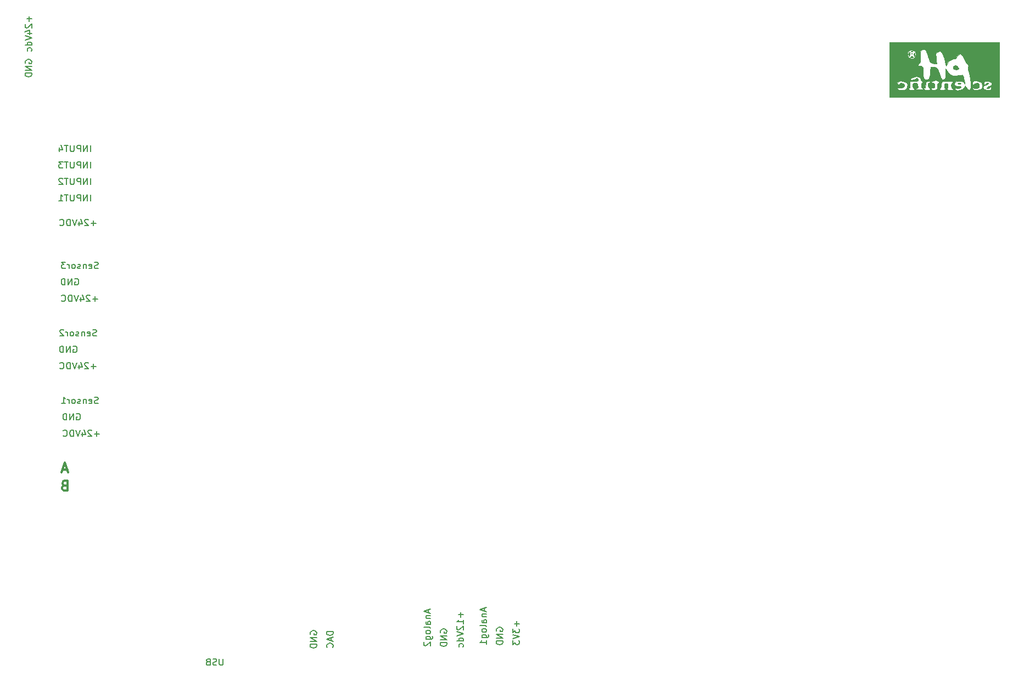
<source format=gbo>
G04 #@! TF.GenerationSoftware,KiCad,Pcbnew,(5.1.2)-2*
G04 #@! TF.CreationDate,2019-11-06T08:34:27+07:00*
G04 #@! TF.ProjectId,ph_door_fume_hood_controller_hw,70685f64-6f6f-4725-9f66-756d655f686f,VinhTho*
G04 #@! TF.SameCoordinates,Original*
G04 #@! TF.FileFunction,Legend,Bot*
G04 #@! TF.FilePolarity,Positive*
%FSLAX46Y46*%
G04 Gerber Fmt 4.6, Leading zero omitted, Abs format (unit mm)*
G04 Created by KiCad (PCBNEW (5.1.2)-2) date 2019-11-06 08:34:27*
%MOMM*%
%LPD*%
G04 APERTURE LIST*
%ADD10C,0.150000*%
%ADD11C,0.300000*%
%ADD12C,0.010000*%
G04 APERTURE END LIST*
D10*
X139866666Y-130056285D02*
X139866666Y-130532476D01*
X140152380Y-129961047D02*
X139152380Y-130294380D01*
X140152380Y-130627714D01*
X139485714Y-130961047D02*
X140152380Y-130961047D01*
X139580952Y-130961047D02*
X139533333Y-131008666D01*
X139485714Y-131103904D01*
X139485714Y-131246761D01*
X139533333Y-131342000D01*
X139628571Y-131389619D01*
X140152380Y-131389619D01*
X140152380Y-132294380D02*
X139628571Y-132294380D01*
X139533333Y-132246761D01*
X139485714Y-132151523D01*
X139485714Y-131961047D01*
X139533333Y-131865809D01*
X140104761Y-132294380D02*
X140152380Y-132199142D01*
X140152380Y-131961047D01*
X140104761Y-131865809D01*
X140009523Y-131818190D01*
X139914285Y-131818190D01*
X139819047Y-131865809D01*
X139771428Y-131961047D01*
X139771428Y-132199142D01*
X139723809Y-132294380D01*
X140152380Y-132913428D02*
X140104761Y-132818190D01*
X140009523Y-132770571D01*
X139152380Y-132770571D01*
X140152380Y-133437238D02*
X140104761Y-133342000D01*
X140057142Y-133294380D01*
X139961904Y-133246761D01*
X139676190Y-133246761D01*
X139580952Y-133294380D01*
X139533333Y-133342000D01*
X139485714Y-133437238D01*
X139485714Y-133580095D01*
X139533333Y-133675333D01*
X139580952Y-133722952D01*
X139676190Y-133770571D01*
X139961904Y-133770571D01*
X140057142Y-133722952D01*
X140104761Y-133675333D01*
X140152380Y-133580095D01*
X140152380Y-133437238D01*
X139485714Y-134627714D02*
X140295238Y-134627714D01*
X140390476Y-134580095D01*
X140438095Y-134532476D01*
X140485714Y-134437238D01*
X140485714Y-134294380D01*
X140438095Y-134199142D01*
X140104761Y-134627714D02*
X140152380Y-134532476D01*
X140152380Y-134342000D01*
X140104761Y-134246761D01*
X140057142Y-134199142D01*
X139961904Y-134151523D01*
X139676190Y-134151523D01*
X139580952Y-134199142D01*
X139533333Y-134246761D01*
X139485714Y-134342000D01*
X139485714Y-134532476D01*
X139533333Y-134627714D01*
X140152380Y-135627714D02*
X140152380Y-135056285D01*
X140152380Y-135342000D02*
X139152380Y-135342000D01*
X139295238Y-135246761D01*
X139390476Y-135151523D01*
X139438095Y-135056285D01*
X141740000Y-133604095D02*
X141692380Y-133508857D01*
X141692380Y-133366000D01*
X141740000Y-133223142D01*
X141835238Y-133127904D01*
X141930476Y-133080285D01*
X142120952Y-133032666D01*
X142263809Y-133032666D01*
X142454285Y-133080285D01*
X142549523Y-133127904D01*
X142644761Y-133223142D01*
X142692380Y-133366000D01*
X142692380Y-133461238D01*
X142644761Y-133604095D01*
X142597142Y-133651714D01*
X142263809Y-133651714D01*
X142263809Y-133461238D01*
X142692380Y-134080285D02*
X141692380Y-134080285D01*
X142692380Y-134651714D01*
X141692380Y-134651714D01*
X142692380Y-135127904D02*
X141692380Y-135127904D01*
X141692380Y-135366000D01*
X141740000Y-135508857D01*
X141835238Y-135604095D01*
X141930476Y-135651714D01*
X142120952Y-135699333D01*
X142263809Y-135699333D01*
X142454285Y-135651714D01*
X142549523Y-135604095D01*
X142644761Y-135508857D01*
X142692380Y-135366000D01*
X142692380Y-135127904D01*
X144851428Y-132096095D02*
X144851428Y-132858000D01*
X145232380Y-132477047D02*
X144470476Y-132477047D01*
X144232380Y-133238952D02*
X144232380Y-133858000D01*
X144613333Y-133524666D01*
X144613333Y-133667523D01*
X144660952Y-133762761D01*
X144708571Y-133810380D01*
X144803809Y-133858000D01*
X145041904Y-133858000D01*
X145137142Y-133810380D01*
X145184761Y-133762761D01*
X145232380Y-133667523D01*
X145232380Y-133381809D01*
X145184761Y-133286571D01*
X145137142Y-133238952D01*
X144232380Y-134143714D02*
X145232380Y-134477047D01*
X144232380Y-134810380D01*
X144232380Y-135048476D02*
X144232380Y-135667523D01*
X144613333Y-135334190D01*
X144613333Y-135477047D01*
X144660952Y-135572285D01*
X144708571Y-135619904D01*
X144803809Y-135667523D01*
X145041904Y-135667523D01*
X145137142Y-135619904D01*
X145184761Y-135572285D01*
X145232380Y-135477047D01*
X145232380Y-135191333D01*
X145184761Y-135096095D01*
X145137142Y-135048476D01*
X136215428Y-130707142D02*
X136215428Y-131469047D01*
X136596380Y-131088095D02*
X135834476Y-131088095D01*
X136596380Y-132469047D02*
X136596380Y-131897619D01*
X136596380Y-132183333D02*
X135596380Y-132183333D01*
X135739238Y-132088095D01*
X135834476Y-131992857D01*
X135882095Y-131897619D01*
X135691619Y-132850000D02*
X135644000Y-132897619D01*
X135596380Y-132992857D01*
X135596380Y-133230952D01*
X135644000Y-133326190D01*
X135691619Y-133373809D01*
X135786857Y-133421428D01*
X135882095Y-133421428D01*
X136024952Y-133373809D01*
X136596380Y-132802380D01*
X136596380Y-133421428D01*
X135596380Y-133707142D02*
X136596380Y-134040476D01*
X135596380Y-134373809D01*
X136596380Y-135135714D02*
X135596380Y-135135714D01*
X136548761Y-135135714D02*
X136596380Y-135040476D01*
X136596380Y-134850000D01*
X136548761Y-134754761D01*
X136501142Y-134707142D01*
X136405904Y-134659523D01*
X136120190Y-134659523D01*
X136024952Y-134707142D01*
X135977333Y-134754761D01*
X135929714Y-134850000D01*
X135929714Y-135040476D01*
X135977333Y-135135714D01*
X136548761Y-136040476D02*
X136596380Y-135945238D01*
X136596380Y-135754761D01*
X136548761Y-135659523D01*
X136501142Y-135611904D01*
X136405904Y-135564285D01*
X136120190Y-135564285D01*
X136024952Y-135611904D01*
X135977333Y-135659523D01*
X135929714Y-135754761D01*
X135929714Y-135945238D01*
X135977333Y-136040476D01*
X133104000Y-133858095D02*
X133056380Y-133762857D01*
X133056380Y-133620000D01*
X133104000Y-133477142D01*
X133199238Y-133381904D01*
X133294476Y-133334285D01*
X133484952Y-133286666D01*
X133627809Y-133286666D01*
X133818285Y-133334285D01*
X133913523Y-133381904D01*
X134008761Y-133477142D01*
X134056380Y-133620000D01*
X134056380Y-133715238D01*
X134008761Y-133858095D01*
X133961142Y-133905714D01*
X133627809Y-133905714D01*
X133627809Y-133715238D01*
X134056380Y-134334285D02*
X133056380Y-134334285D01*
X134056380Y-134905714D01*
X133056380Y-134905714D01*
X134056380Y-135381904D02*
X133056380Y-135381904D01*
X133056380Y-135620000D01*
X133104000Y-135762857D01*
X133199238Y-135858095D01*
X133294476Y-135905714D01*
X133484952Y-135953333D01*
X133627809Y-135953333D01*
X133818285Y-135905714D01*
X133913523Y-135858095D01*
X134008761Y-135762857D01*
X134056380Y-135620000D01*
X134056380Y-135381904D01*
X131230666Y-130310285D02*
X131230666Y-130786476D01*
X131516380Y-130215047D02*
X130516380Y-130548380D01*
X131516380Y-130881714D01*
X130849714Y-131215047D02*
X131516380Y-131215047D01*
X130944952Y-131215047D02*
X130897333Y-131262666D01*
X130849714Y-131357904D01*
X130849714Y-131500761D01*
X130897333Y-131596000D01*
X130992571Y-131643619D01*
X131516380Y-131643619D01*
X131516380Y-132548380D02*
X130992571Y-132548380D01*
X130897333Y-132500761D01*
X130849714Y-132405523D01*
X130849714Y-132215047D01*
X130897333Y-132119809D01*
X131468761Y-132548380D02*
X131516380Y-132453142D01*
X131516380Y-132215047D01*
X131468761Y-132119809D01*
X131373523Y-132072190D01*
X131278285Y-132072190D01*
X131183047Y-132119809D01*
X131135428Y-132215047D01*
X131135428Y-132453142D01*
X131087809Y-132548380D01*
X131516380Y-133167428D02*
X131468761Y-133072190D01*
X131373523Y-133024571D01*
X130516380Y-133024571D01*
X131516380Y-133691238D02*
X131468761Y-133596000D01*
X131421142Y-133548380D01*
X131325904Y-133500761D01*
X131040190Y-133500761D01*
X130944952Y-133548380D01*
X130897333Y-133596000D01*
X130849714Y-133691238D01*
X130849714Y-133834095D01*
X130897333Y-133929333D01*
X130944952Y-133976952D01*
X131040190Y-134024571D01*
X131325904Y-134024571D01*
X131421142Y-133976952D01*
X131468761Y-133929333D01*
X131516380Y-133834095D01*
X131516380Y-133691238D01*
X130849714Y-134881714D02*
X131659238Y-134881714D01*
X131754476Y-134834095D01*
X131802095Y-134786476D01*
X131849714Y-134691238D01*
X131849714Y-134548380D01*
X131802095Y-134453142D01*
X131468761Y-134881714D02*
X131516380Y-134786476D01*
X131516380Y-134596000D01*
X131468761Y-134500761D01*
X131421142Y-134453142D01*
X131325904Y-134405523D01*
X131040190Y-134405523D01*
X130944952Y-134453142D01*
X130897333Y-134500761D01*
X130849714Y-134596000D01*
X130849714Y-134786476D01*
X130897333Y-134881714D01*
X130611619Y-135310285D02*
X130564000Y-135357904D01*
X130516380Y-135453142D01*
X130516380Y-135691238D01*
X130564000Y-135786476D01*
X130611619Y-135834095D01*
X130706857Y-135881714D01*
X130802095Y-135881714D01*
X130944952Y-135834095D01*
X131516380Y-135262666D01*
X131516380Y-135881714D01*
X113038000Y-134112095D02*
X112990380Y-134016857D01*
X112990380Y-133874000D01*
X113038000Y-133731142D01*
X113133238Y-133635904D01*
X113228476Y-133588285D01*
X113418952Y-133540666D01*
X113561809Y-133540666D01*
X113752285Y-133588285D01*
X113847523Y-133635904D01*
X113942761Y-133731142D01*
X113990380Y-133874000D01*
X113990380Y-133969238D01*
X113942761Y-134112095D01*
X113895142Y-134159714D01*
X113561809Y-134159714D01*
X113561809Y-133969238D01*
X113990380Y-134588285D02*
X112990380Y-134588285D01*
X113990380Y-135159714D01*
X112990380Y-135159714D01*
X113990380Y-135635904D02*
X112990380Y-135635904D01*
X112990380Y-135874000D01*
X113038000Y-136016857D01*
X113133238Y-136112095D01*
X113228476Y-136159714D01*
X113418952Y-136207333D01*
X113561809Y-136207333D01*
X113752285Y-136159714D01*
X113847523Y-136112095D01*
X113942761Y-136016857D01*
X113990380Y-135874000D01*
X113990380Y-135635904D01*
X116530380Y-133683523D02*
X115530380Y-133683523D01*
X115530380Y-133921619D01*
X115578000Y-134064476D01*
X115673238Y-134159714D01*
X115768476Y-134207333D01*
X115958952Y-134254952D01*
X116101809Y-134254952D01*
X116292285Y-134207333D01*
X116387523Y-134159714D01*
X116482761Y-134064476D01*
X116530380Y-133921619D01*
X116530380Y-133683523D01*
X116244666Y-134635904D02*
X116244666Y-135112095D01*
X116530380Y-134540666D02*
X115530380Y-134874000D01*
X116530380Y-135207333D01*
X116435142Y-136112095D02*
X116482761Y-136064476D01*
X116530380Y-135921619D01*
X116530380Y-135826380D01*
X116482761Y-135683523D01*
X116387523Y-135588285D01*
X116292285Y-135540666D01*
X116101809Y-135493047D01*
X115958952Y-135493047D01*
X115768476Y-135540666D01*
X115673238Y-135588285D01*
X115578000Y-135683523D01*
X115530380Y-135826380D01*
X115530380Y-135921619D01*
X115578000Y-136064476D01*
X115625619Y-136112095D01*
X99559904Y-137882380D02*
X99559904Y-138691904D01*
X99512285Y-138787142D01*
X99464666Y-138834761D01*
X99369428Y-138882380D01*
X99178952Y-138882380D01*
X99083714Y-138834761D01*
X99036095Y-138787142D01*
X98988476Y-138691904D01*
X98988476Y-137882380D01*
X98559904Y-138834761D02*
X98417047Y-138882380D01*
X98178952Y-138882380D01*
X98083714Y-138834761D01*
X98036095Y-138787142D01*
X97988476Y-138691904D01*
X97988476Y-138596666D01*
X98036095Y-138501428D01*
X98083714Y-138453809D01*
X98178952Y-138406190D01*
X98369428Y-138358571D01*
X98464666Y-138310952D01*
X98512285Y-138263333D01*
X98559904Y-138168095D01*
X98559904Y-138072857D01*
X98512285Y-137977619D01*
X98464666Y-137930000D01*
X98369428Y-137882380D01*
X98131333Y-137882380D01*
X97988476Y-137930000D01*
X97226571Y-138358571D02*
X97083714Y-138406190D01*
X97036095Y-138453809D01*
X96988476Y-138549047D01*
X96988476Y-138691904D01*
X97036095Y-138787142D01*
X97083714Y-138834761D01*
X97178952Y-138882380D01*
X97559904Y-138882380D01*
X97559904Y-137882380D01*
X97226571Y-137882380D01*
X97131333Y-137930000D01*
X97083714Y-137977619D01*
X97036095Y-138072857D01*
X97036095Y-138168095D01*
X97083714Y-138263333D01*
X97131333Y-138310952D01*
X97226571Y-138358571D01*
X97559904Y-138358571D01*
D11*
X75076857Y-111144857D02*
X74862571Y-111216285D01*
X74791142Y-111287714D01*
X74719714Y-111430571D01*
X74719714Y-111644857D01*
X74791142Y-111787714D01*
X74862571Y-111859142D01*
X75005428Y-111930571D01*
X75576857Y-111930571D01*
X75576857Y-110430571D01*
X75076857Y-110430571D01*
X74934000Y-110502000D01*
X74862571Y-110573428D01*
X74791142Y-110716285D01*
X74791142Y-110859142D01*
X74862571Y-111002000D01*
X74934000Y-111073428D01*
X75076857Y-111144857D01*
X75576857Y-111144857D01*
X74826857Y-108708000D02*
X75541142Y-108708000D01*
X74684000Y-109136571D02*
X75184000Y-107636571D01*
X75684000Y-109136571D01*
D10*
X80485904Y-103195428D02*
X79724000Y-103195428D01*
X80104952Y-103576380D02*
X80104952Y-102814476D01*
X79295428Y-102671619D02*
X79247809Y-102624000D01*
X79152571Y-102576380D01*
X78914476Y-102576380D01*
X78819238Y-102624000D01*
X78771619Y-102671619D01*
X78724000Y-102766857D01*
X78724000Y-102862095D01*
X78771619Y-103004952D01*
X79343047Y-103576380D01*
X78724000Y-103576380D01*
X77866857Y-102909714D02*
X77866857Y-103576380D01*
X78104952Y-102528761D02*
X78343047Y-103243047D01*
X77724000Y-103243047D01*
X77485904Y-102576380D02*
X77152571Y-103576380D01*
X76819238Y-102576380D01*
X76485904Y-103576380D02*
X76485904Y-102576380D01*
X76247809Y-102576380D01*
X76104952Y-102624000D01*
X76009714Y-102719238D01*
X75962095Y-102814476D01*
X75914476Y-103004952D01*
X75914476Y-103147809D01*
X75962095Y-103338285D01*
X76009714Y-103433523D01*
X76104952Y-103528761D01*
X76247809Y-103576380D01*
X76485904Y-103576380D01*
X74914476Y-103481142D02*
X74962095Y-103528761D01*
X75104952Y-103576380D01*
X75200190Y-103576380D01*
X75343047Y-103528761D01*
X75438285Y-103433523D01*
X75485904Y-103338285D01*
X75533523Y-103147809D01*
X75533523Y-103004952D01*
X75485904Y-102814476D01*
X75438285Y-102719238D01*
X75343047Y-102624000D01*
X75200190Y-102576380D01*
X75104952Y-102576380D01*
X74962095Y-102624000D01*
X74914476Y-102671619D01*
X76961904Y-100084000D02*
X77057142Y-100036380D01*
X77200000Y-100036380D01*
X77342857Y-100084000D01*
X77438095Y-100179238D01*
X77485714Y-100274476D01*
X77533333Y-100464952D01*
X77533333Y-100607809D01*
X77485714Y-100798285D01*
X77438095Y-100893523D01*
X77342857Y-100988761D01*
X77200000Y-101036380D01*
X77104761Y-101036380D01*
X76961904Y-100988761D01*
X76914285Y-100941142D01*
X76914285Y-100607809D01*
X77104761Y-100607809D01*
X76485714Y-101036380D02*
X76485714Y-100036380D01*
X75914285Y-101036380D01*
X75914285Y-100036380D01*
X75438095Y-101036380D02*
X75438095Y-100036380D01*
X75200000Y-100036380D01*
X75057142Y-100084000D01*
X74961904Y-100179238D01*
X74914285Y-100274476D01*
X74866666Y-100464952D01*
X74866666Y-100607809D01*
X74914285Y-100798285D01*
X74961904Y-100893523D01*
X75057142Y-100988761D01*
X75200000Y-101036380D01*
X75438095Y-101036380D01*
X80279523Y-98448761D02*
X80136666Y-98496380D01*
X79898571Y-98496380D01*
X79803333Y-98448761D01*
X79755714Y-98401142D01*
X79708095Y-98305904D01*
X79708095Y-98210666D01*
X79755714Y-98115428D01*
X79803333Y-98067809D01*
X79898571Y-98020190D01*
X80089047Y-97972571D01*
X80184285Y-97924952D01*
X80231904Y-97877333D01*
X80279523Y-97782095D01*
X80279523Y-97686857D01*
X80231904Y-97591619D01*
X80184285Y-97544000D01*
X80089047Y-97496380D01*
X79850952Y-97496380D01*
X79708095Y-97544000D01*
X78898571Y-98448761D02*
X78993809Y-98496380D01*
X79184285Y-98496380D01*
X79279523Y-98448761D01*
X79327142Y-98353523D01*
X79327142Y-97972571D01*
X79279523Y-97877333D01*
X79184285Y-97829714D01*
X78993809Y-97829714D01*
X78898571Y-97877333D01*
X78850952Y-97972571D01*
X78850952Y-98067809D01*
X79327142Y-98163047D01*
X78422380Y-97829714D02*
X78422380Y-98496380D01*
X78422380Y-97924952D02*
X78374761Y-97877333D01*
X78279523Y-97829714D01*
X78136666Y-97829714D01*
X78041428Y-97877333D01*
X77993809Y-97972571D01*
X77993809Y-98496380D01*
X77565238Y-98448761D02*
X77470000Y-98496380D01*
X77279523Y-98496380D01*
X77184285Y-98448761D01*
X77136666Y-98353523D01*
X77136666Y-98305904D01*
X77184285Y-98210666D01*
X77279523Y-98163047D01*
X77422380Y-98163047D01*
X77517619Y-98115428D01*
X77565238Y-98020190D01*
X77565238Y-97972571D01*
X77517619Y-97877333D01*
X77422380Y-97829714D01*
X77279523Y-97829714D01*
X77184285Y-97877333D01*
X76565238Y-98496380D02*
X76660476Y-98448761D01*
X76708095Y-98401142D01*
X76755714Y-98305904D01*
X76755714Y-98020190D01*
X76708095Y-97924952D01*
X76660476Y-97877333D01*
X76565238Y-97829714D01*
X76422380Y-97829714D01*
X76327142Y-97877333D01*
X76279523Y-97924952D01*
X76231904Y-98020190D01*
X76231904Y-98305904D01*
X76279523Y-98401142D01*
X76327142Y-98448761D01*
X76422380Y-98496380D01*
X76565238Y-98496380D01*
X75803333Y-98496380D02*
X75803333Y-97829714D01*
X75803333Y-98020190D02*
X75755714Y-97924952D01*
X75708095Y-97877333D01*
X75612857Y-97829714D01*
X75517619Y-97829714D01*
X74660476Y-98496380D02*
X75231904Y-98496380D01*
X74946190Y-98496380D02*
X74946190Y-97496380D01*
X75041428Y-97639238D01*
X75136666Y-97734476D01*
X75231904Y-97782095D01*
X79977904Y-92781428D02*
X79216000Y-92781428D01*
X79596952Y-93162380D02*
X79596952Y-92400476D01*
X78787428Y-92257619D02*
X78739809Y-92210000D01*
X78644571Y-92162380D01*
X78406476Y-92162380D01*
X78311238Y-92210000D01*
X78263619Y-92257619D01*
X78216000Y-92352857D01*
X78216000Y-92448095D01*
X78263619Y-92590952D01*
X78835047Y-93162380D01*
X78216000Y-93162380D01*
X77358857Y-92495714D02*
X77358857Y-93162380D01*
X77596952Y-92114761D02*
X77835047Y-92829047D01*
X77216000Y-92829047D01*
X76977904Y-92162380D02*
X76644571Y-93162380D01*
X76311238Y-92162380D01*
X75977904Y-93162380D02*
X75977904Y-92162380D01*
X75739809Y-92162380D01*
X75596952Y-92210000D01*
X75501714Y-92305238D01*
X75454095Y-92400476D01*
X75406476Y-92590952D01*
X75406476Y-92733809D01*
X75454095Y-92924285D01*
X75501714Y-93019523D01*
X75596952Y-93114761D01*
X75739809Y-93162380D01*
X75977904Y-93162380D01*
X74406476Y-93067142D02*
X74454095Y-93114761D01*
X74596952Y-93162380D01*
X74692190Y-93162380D01*
X74835047Y-93114761D01*
X74930285Y-93019523D01*
X74977904Y-92924285D01*
X75025523Y-92733809D01*
X75025523Y-92590952D01*
X74977904Y-92400476D01*
X74930285Y-92305238D01*
X74835047Y-92210000D01*
X74692190Y-92162380D01*
X74596952Y-92162380D01*
X74454095Y-92210000D01*
X74406476Y-92257619D01*
X76453904Y-89670000D02*
X76549142Y-89622380D01*
X76692000Y-89622380D01*
X76834857Y-89670000D01*
X76930095Y-89765238D01*
X76977714Y-89860476D01*
X77025333Y-90050952D01*
X77025333Y-90193809D01*
X76977714Y-90384285D01*
X76930095Y-90479523D01*
X76834857Y-90574761D01*
X76692000Y-90622380D01*
X76596761Y-90622380D01*
X76453904Y-90574761D01*
X76406285Y-90527142D01*
X76406285Y-90193809D01*
X76596761Y-90193809D01*
X75977714Y-90622380D02*
X75977714Y-89622380D01*
X75406285Y-90622380D01*
X75406285Y-89622380D01*
X74930095Y-90622380D02*
X74930095Y-89622380D01*
X74692000Y-89622380D01*
X74549142Y-89670000D01*
X74453904Y-89765238D01*
X74406285Y-89860476D01*
X74358666Y-90050952D01*
X74358666Y-90193809D01*
X74406285Y-90384285D01*
X74453904Y-90479523D01*
X74549142Y-90574761D01*
X74692000Y-90622380D01*
X74930095Y-90622380D01*
X80025523Y-88034761D02*
X79882666Y-88082380D01*
X79644571Y-88082380D01*
X79549333Y-88034761D01*
X79501714Y-87987142D01*
X79454095Y-87891904D01*
X79454095Y-87796666D01*
X79501714Y-87701428D01*
X79549333Y-87653809D01*
X79644571Y-87606190D01*
X79835047Y-87558571D01*
X79930285Y-87510952D01*
X79977904Y-87463333D01*
X80025523Y-87368095D01*
X80025523Y-87272857D01*
X79977904Y-87177619D01*
X79930285Y-87130000D01*
X79835047Y-87082380D01*
X79596952Y-87082380D01*
X79454095Y-87130000D01*
X78644571Y-88034761D02*
X78739809Y-88082380D01*
X78930285Y-88082380D01*
X79025523Y-88034761D01*
X79073142Y-87939523D01*
X79073142Y-87558571D01*
X79025523Y-87463333D01*
X78930285Y-87415714D01*
X78739809Y-87415714D01*
X78644571Y-87463333D01*
X78596952Y-87558571D01*
X78596952Y-87653809D01*
X79073142Y-87749047D01*
X78168380Y-87415714D02*
X78168380Y-88082380D01*
X78168380Y-87510952D02*
X78120761Y-87463333D01*
X78025523Y-87415714D01*
X77882666Y-87415714D01*
X77787428Y-87463333D01*
X77739809Y-87558571D01*
X77739809Y-88082380D01*
X77311238Y-88034761D02*
X77216000Y-88082380D01*
X77025523Y-88082380D01*
X76930285Y-88034761D01*
X76882666Y-87939523D01*
X76882666Y-87891904D01*
X76930285Y-87796666D01*
X77025523Y-87749047D01*
X77168380Y-87749047D01*
X77263619Y-87701428D01*
X77311238Y-87606190D01*
X77311238Y-87558571D01*
X77263619Y-87463333D01*
X77168380Y-87415714D01*
X77025523Y-87415714D01*
X76930285Y-87463333D01*
X76311238Y-88082380D02*
X76406476Y-88034761D01*
X76454095Y-87987142D01*
X76501714Y-87891904D01*
X76501714Y-87606190D01*
X76454095Y-87510952D01*
X76406476Y-87463333D01*
X76311238Y-87415714D01*
X76168380Y-87415714D01*
X76073142Y-87463333D01*
X76025523Y-87510952D01*
X75977904Y-87606190D01*
X75977904Y-87891904D01*
X76025523Y-87987142D01*
X76073142Y-88034761D01*
X76168380Y-88082380D01*
X76311238Y-88082380D01*
X75549333Y-88082380D02*
X75549333Y-87415714D01*
X75549333Y-87606190D02*
X75501714Y-87510952D01*
X75454095Y-87463333D01*
X75358857Y-87415714D01*
X75263619Y-87415714D01*
X74977904Y-87177619D02*
X74930285Y-87130000D01*
X74835047Y-87082380D01*
X74596952Y-87082380D01*
X74501714Y-87130000D01*
X74454095Y-87177619D01*
X74406476Y-87272857D01*
X74406476Y-87368095D01*
X74454095Y-87510952D01*
X75025523Y-88082380D01*
X74406476Y-88082380D01*
X80231904Y-82367428D02*
X79470000Y-82367428D01*
X79850952Y-82748380D02*
X79850952Y-81986476D01*
X79041428Y-81843619D02*
X78993809Y-81796000D01*
X78898571Y-81748380D01*
X78660476Y-81748380D01*
X78565238Y-81796000D01*
X78517619Y-81843619D01*
X78470000Y-81938857D01*
X78470000Y-82034095D01*
X78517619Y-82176952D01*
X79089047Y-82748380D01*
X78470000Y-82748380D01*
X77612857Y-82081714D02*
X77612857Y-82748380D01*
X77850952Y-81700761D02*
X78089047Y-82415047D01*
X77470000Y-82415047D01*
X77231904Y-81748380D02*
X76898571Y-82748380D01*
X76565238Y-81748380D01*
X76231904Y-82748380D02*
X76231904Y-81748380D01*
X75993809Y-81748380D01*
X75850952Y-81796000D01*
X75755714Y-81891238D01*
X75708095Y-81986476D01*
X75660476Y-82176952D01*
X75660476Y-82319809D01*
X75708095Y-82510285D01*
X75755714Y-82605523D01*
X75850952Y-82700761D01*
X75993809Y-82748380D01*
X76231904Y-82748380D01*
X74660476Y-82653142D02*
X74708095Y-82700761D01*
X74850952Y-82748380D01*
X74946190Y-82748380D01*
X75089047Y-82700761D01*
X75184285Y-82605523D01*
X75231904Y-82510285D01*
X75279523Y-82319809D01*
X75279523Y-82176952D01*
X75231904Y-81986476D01*
X75184285Y-81891238D01*
X75089047Y-81796000D01*
X74946190Y-81748380D01*
X74850952Y-81748380D01*
X74708095Y-81796000D01*
X74660476Y-81843619D01*
X76707904Y-79256000D02*
X76803142Y-79208380D01*
X76946000Y-79208380D01*
X77088857Y-79256000D01*
X77184095Y-79351238D01*
X77231714Y-79446476D01*
X77279333Y-79636952D01*
X77279333Y-79779809D01*
X77231714Y-79970285D01*
X77184095Y-80065523D01*
X77088857Y-80160761D01*
X76946000Y-80208380D01*
X76850761Y-80208380D01*
X76707904Y-80160761D01*
X76660285Y-80113142D01*
X76660285Y-79779809D01*
X76850761Y-79779809D01*
X76231714Y-80208380D02*
X76231714Y-79208380D01*
X75660285Y-80208380D01*
X75660285Y-79208380D01*
X75184095Y-80208380D02*
X75184095Y-79208380D01*
X74946000Y-79208380D01*
X74803142Y-79256000D01*
X74707904Y-79351238D01*
X74660285Y-79446476D01*
X74612666Y-79636952D01*
X74612666Y-79779809D01*
X74660285Y-79970285D01*
X74707904Y-80065523D01*
X74803142Y-80160761D01*
X74946000Y-80208380D01*
X75184095Y-80208380D01*
X80279523Y-77620761D02*
X80136666Y-77668380D01*
X79898571Y-77668380D01*
X79803333Y-77620761D01*
X79755714Y-77573142D01*
X79708095Y-77477904D01*
X79708095Y-77382666D01*
X79755714Y-77287428D01*
X79803333Y-77239809D01*
X79898571Y-77192190D01*
X80089047Y-77144571D01*
X80184285Y-77096952D01*
X80231904Y-77049333D01*
X80279523Y-76954095D01*
X80279523Y-76858857D01*
X80231904Y-76763619D01*
X80184285Y-76716000D01*
X80089047Y-76668380D01*
X79850952Y-76668380D01*
X79708095Y-76716000D01*
X78898571Y-77620761D02*
X78993809Y-77668380D01*
X79184285Y-77668380D01*
X79279523Y-77620761D01*
X79327142Y-77525523D01*
X79327142Y-77144571D01*
X79279523Y-77049333D01*
X79184285Y-77001714D01*
X78993809Y-77001714D01*
X78898571Y-77049333D01*
X78850952Y-77144571D01*
X78850952Y-77239809D01*
X79327142Y-77335047D01*
X78422380Y-77001714D02*
X78422380Y-77668380D01*
X78422380Y-77096952D02*
X78374761Y-77049333D01*
X78279523Y-77001714D01*
X78136666Y-77001714D01*
X78041428Y-77049333D01*
X77993809Y-77144571D01*
X77993809Y-77668380D01*
X77565238Y-77620761D02*
X77470000Y-77668380D01*
X77279523Y-77668380D01*
X77184285Y-77620761D01*
X77136666Y-77525523D01*
X77136666Y-77477904D01*
X77184285Y-77382666D01*
X77279523Y-77335047D01*
X77422380Y-77335047D01*
X77517619Y-77287428D01*
X77565238Y-77192190D01*
X77565238Y-77144571D01*
X77517619Y-77049333D01*
X77422380Y-77001714D01*
X77279523Y-77001714D01*
X77184285Y-77049333D01*
X76565238Y-77668380D02*
X76660476Y-77620761D01*
X76708095Y-77573142D01*
X76755714Y-77477904D01*
X76755714Y-77192190D01*
X76708095Y-77096952D01*
X76660476Y-77049333D01*
X76565238Y-77001714D01*
X76422380Y-77001714D01*
X76327142Y-77049333D01*
X76279523Y-77096952D01*
X76231904Y-77192190D01*
X76231904Y-77477904D01*
X76279523Y-77573142D01*
X76327142Y-77620761D01*
X76422380Y-77668380D01*
X76565238Y-77668380D01*
X75803333Y-77668380D02*
X75803333Y-77001714D01*
X75803333Y-77192190D02*
X75755714Y-77096952D01*
X75708095Y-77049333D01*
X75612857Y-77001714D01*
X75517619Y-77001714D01*
X75279523Y-76668380D02*
X74660476Y-76668380D01*
X74993809Y-77049333D01*
X74850952Y-77049333D01*
X74755714Y-77096952D01*
X74708095Y-77144571D01*
X74660476Y-77239809D01*
X74660476Y-77477904D01*
X74708095Y-77573142D01*
X74755714Y-77620761D01*
X74850952Y-77668380D01*
X75136666Y-77668380D01*
X75231904Y-77620761D01*
X75279523Y-77573142D01*
X79977904Y-70683428D02*
X79216000Y-70683428D01*
X79596952Y-71064380D02*
X79596952Y-70302476D01*
X78787428Y-70159619D02*
X78739809Y-70112000D01*
X78644571Y-70064380D01*
X78406476Y-70064380D01*
X78311238Y-70112000D01*
X78263619Y-70159619D01*
X78216000Y-70254857D01*
X78216000Y-70350095D01*
X78263619Y-70492952D01*
X78835047Y-71064380D01*
X78216000Y-71064380D01*
X77358857Y-70397714D02*
X77358857Y-71064380D01*
X77596952Y-70016761D02*
X77835047Y-70731047D01*
X77216000Y-70731047D01*
X76977904Y-70064380D02*
X76644571Y-71064380D01*
X76311238Y-70064380D01*
X75977904Y-71064380D02*
X75977904Y-70064380D01*
X75739809Y-70064380D01*
X75596952Y-70112000D01*
X75501714Y-70207238D01*
X75454095Y-70302476D01*
X75406476Y-70492952D01*
X75406476Y-70635809D01*
X75454095Y-70826285D01*
X75501714Y-70921523D01*
X75596952Y-71016761D01*
X75739809Y-71064380D01*
X75977904Y-71064380D01*
X74406476Y-70969142D02*
X74454095Y-71016761D01*
X74596952Y-71064380D01*
X74692190Y-71064380D01*
X74835047Y-71016761D01*
X74930285Y-70921523D01*
X74977904Y-70826285D01*
X75025523Y-70635809D01*
X75025523Y-70492952D01*
X74977904Y-70302476D01*
X74930285Y-70207238D01*
X74835047Y-70112000D01*
X74692190Y-70064380D01*
X74596952Y-70064380D01*
X74454095Y-70112000D01*
X74406476Y-70159619D01*
X79112761Y-67254380D02*
X79112761Y-66254380D01*
X78636571Y-67254380D02*
X78636571Y-66254380D01*
X78065142Y-67254380D01*
X78065142Y-66254380D01*
X77588952Y-67254380D02*
X77588952Y-66254380D01*
X77208000Y-66254380D01*
X77112761Y-66302000D01*
X77065142Y-66349619D01*
X77017523Y-66444857D01*
X77017523Y-66587714D01*
X77065142Y-66682952D01*
X77112761Y-66730571D01*
X77208000Y-66778190D01*
X77588952Y-66778190D01*
X76588952Y-66254380D02*
X76588952Y-67063904D01*
X76541333Y-67159142D01*
X76493714Y-67206761D01*
X76398476Y-67254380D01*
X76208000Y-67254380D01*
X76112761Y-67206761D01*
X76065142Y-67159142D01*
X76017523Y-67063904D01*
X76017523Y-66254380D01*
X75684190Y-66254380D02*
X75112761Y-66254380D01*
X75398476Y-67254380D02*
X75398476Y-66254380D01*
X74255619Y-67254380D02*
X74827047Y-67254380D01*
X74541333Y-67254380D02*
X74541333Y-66254380D01*
X74636571Y-66397238D01*
X74731809Y-66492476D01*
X74827047Y-66540095D01*
X79112761Y-64714380D02*
X79112761Y-63714380D01*
X78636571Y-64714380D02*
X78636571Y-63714380D01*
X78065142Y-64714380D01*
X78065142Y-63714380D01*
X77588952Y-64714380D02*
X77588952Y-63714380D01*
X77208000Y-63714380D01*
X77112761Y-63762000D01*
X77065142Y-63809619D01*
X77017523Y-63904857D01*
X77017523Y-64047714D01*
X77065142Y-64142952D01*
X77112761Y-64190571D01*
X77208000Y-64238190D01*
X77588952Y-64238190D01*
X76588952Y-63714380D02*
X76588952Y-64523904D01*
X76541333Y-64619142D01*
X76493714Y-64666761D01*
X76398476Y-64714380D01*
X76208000Y-64714380D01*
X76112761Y-64666761D01*
X76065142Y-64619142D01*
X76017523Y-64523904D01*
X76017523Y-63714380D01*
X75684190Y-63714380D02*
X75112761Y-63714380D01*
X75398476Y-64714380D02*
X75398476Y-63714380D01*
X74827047Y-63809619D02*
X74779428Y-63762000D01*
X74684190Y-63714380D01*
X74446095Y-63714380D01*
X74350857Y-63762000D01*
X74303238Y-63809619D01*
X74255619Y-63904857D01*
X74255619Y-64000095D01*
X74303238Y-64142952D01*
X74874666Y-64714380D01*
X74255619Y-64714380D01*
X79112761Y-62174380D02*
X79112761Y-61174380D01*
X78636571Y-62174380D02*
X78636571Y-61174380D01*
X78065142Y-62174380D01*
X78065142Y-61174380D01*
X77588952Y-62174380D02*
X77588952Y-61174380D01*
X77208000Y-61174380D01*
X77112761Y-61222000D01*
X77065142Y-61269619D01*
X77017523Y-61364857D01*
X77017523Y-61507714D01*
X77065142Y-61602952D01*
X77112761Y-61650571D01*
X77208000Y-61698190D01*
X77588952Y-61698190D01*
X76588952Y-61174380D02*
X76588952Y-61983904D01*
X76541333Y-62079142D01*
X76493714Y-62126761D01*
X76398476Y-62174380D01*
X76208000Y-62174380D01*
X76112761Y-62126761D01*
X76065142Y-62079142D01*
X76017523Y-61983904D01*
X76017523Y-61174380D01*
X75684190Y-61174380D02*
X75112761Y-61174380D01*
X75398476Y-62174380D02*
X75398476Y-61174380D01*
X74874666Y-61174380D02*
X74255619Y-61174380D01*
X74588952Y-61555333D01*
X74446095Y-61555333D01*
X74350857Y-61602952D01*
X74303238Y-61650571D01*
X74255619Y-61745809D01*
X74255619Y-61983904D01*
X74303238Y-62079142D01*
X74350857Y-62126761D01*
X74446095Y-62174380D01*
X74731809Y-62174380D01*
X74827047Y-62126761D01*
X74874666Y-62079142D01*
X79112761Y-59634380D02*
X79112761Y-58634380D01*
X78636571Y-59634380D02*
X78636571Y-58634380D01*
X78065142Y-59634380D01*
X78065142Y-58634380D01*
X77588952Y-59634380D02*
X77588952Y-58634380D01*
X77208000Y-58634380D01*
X77112761Y-58682000D01*
X77065142Y-58729619D01*
X77017523Y-58824857D01*
X77017523Y-58967714D01*
X77065142Y-59062952D01*
X77112761Y-59110571D01*
X77208000Y-59158190D01*
X77588952Y-59158190D01*
X76588952Y-58634380D02*
X76588952Y-59443904D01*
X76541333Y-59539142D01*
X76493714Y-59586761D01*
X76398476Y-59634380D01*
X76208000Y-59634380D01*
X76112761Y-59586761D01*
X76065142Y-59539142D01*
X76017523Y-59443904D01*
X76017523Y-58634380D01*
X75684190Y-58634380D02*
X75112761Y-58634380D01*
X75398476Y-59634380D02*
X75398476Y-58634380D01*
X74350857Y-58967714D02*
X74350857Y-59634380D01*
X74588952Y-58586761D02*
X74827047Y-59301047D01*
X74208000Y-59301047D01*
X69096000Y-45974095D02*
X69048380Y-45878857D01*
X69048380Y-45736000D01*
X69096000Y-45593142D01*
X69191238Y-45497904D01*
X69286476Y-45450285D01*
X69476952Y-45402666D01*
X69619809Y-45402666D01*
X69810285Y-45450285D01*
X69905523Y-45497904D01*
X70000761Y-45593142D01*
X70048380Y-45736000D01*
X70048380Y-45831238D01*
X70000761Y-45974095D01*
X69953142Y-46021714D01*
X69619809Y-46021714D01*
X69619809Y-45831238D01*
X70048380Y-46450285D02*
X69048380Y-46450285D01*
X70048380Y-47021714D01*
X69048380Y-47021714D01*
X70048380Y-47497904D02*
X69048380Y-47497904D01*
X69048380Y-47736000D01*
X69096000Y-47878857D01*
X69191238Y-47974095D01*
X69286476Y-48021714D01*
X69476952Y-48069333D01*
X69619809Y-48069333D01*
X69810285Y-48021714D01*
X69905523Y-47974095D01*
X70000761Y-47878857D01*
X70048380Y-47736000D01*
X70048380Y-47497904D01*
X69667428Y-38759142D02*
X69667428Y-39521047D01*
X70048380Y-39140095D02*
X69286476Y-39140095D01*
X69143619Y-39949619D02*
X69096000Y-39997238D01*
X69048380Y-40092476D01*
X69048380Y-40330571D01*
X69096000Y-40425809D01*
X69143619Y-40473428D01*
X69238857Y-40521047D01*
X69334095Y-40521047D01*
X69476952Y-40473428D01*
X70048380Y-39902000D01*
X70048380Y-40521047D01*
X69381714Y-41378190D02*
X70048380Y-41378190D01*
X69000761Y-41140095D02*
X69715047Y-40902000D01*
X69715047Y-41521047D01*
X69048380Y-41759142D02*
X70048380Y-42092476D01*
X69048380Y-42425809D01*
X70048380Y-43187714D02*
X69048380Y-43187714D01*
X70000761Y-43187714D02*
X70048380Y-43092476D01*
X70048380Y-42902000D01*
X70000761Y-42806761D01*
X69953142Y-42759142D01*
X69857904Y-42711523D01*
X69572190Y-42711523D01*
X69476952Y-42759142D01*
X69429333Y-42806761D01*
X69381714Y-42902000D01*
X69381714Y-43092476D01*
X69429333Y-43187714D01*
X70000761Y-44092476D02*
X70048380Y-43997238D01*
X70048380Y-43806761D01*
X70000761Y-43711523D01*
X69953142Y-43663904D01*
X69857904Y-43616285D01*
X69572190Y-43616285D01*
X69476952Y-43663904D01*
X69429333Y-43711523D01*
X69381714Y-43806761D01*
X69381714Y-43997238D01*
X69429333Y-44092476D01*
D12*
G36*
X202353333Y-51223333D02*
G01*
X219286666Y-51223333D01*
X219286666Y-49166351D01*
X218085973Y-49166351D01*
X218036362Y-49326811D01*
X217903632Y-49441766D01*
X217681739Y-49538027D01*
X217452200Y-49638948D01*
X217301043Y-49736230D01*
X217272517Y-49772781D01*
X217307656Y-49846468D01*
X217436566Y-49868226D01*
X217593355Y-49842516D01*
X217712125Y-49773801D01*
X217732049Y-49741667D01*
X217833247Y-49624234D01*
X217948680Y-49641518D01*
X218014875Y-49777782D01*
X218016666Y-49812222D01*
X217994781Y-49990031D01*
X217960222Y-50066222D01*
X217817573Y-50115087D01*
X217576727Y-50120554D01*
X217301807Y-50087462D01*
X217056934Y-50020649D01*
X216996462Y-49993492D01*
X216795310Y-49829160D01*
X216746666Y-49663329D01*
X216776562Y-49531082D01*
X216891408Y-49428823D01*
X216904681Y-49423025D01*
X216645232Y-49423025D01*
X216641765Y-49670145D01*
X216563567Y-49833296D01*
X216443314Y-49943728D01*
X216198132Y-50058843D01*
X215865250Y-50121710D01*
X215520487Y-50124072D01*
X215271925Y-50071275D01*
X215155046Y-49961051D01*
X215138000Y-49892519D01*
X215176715Y-49810836D01*
X215318631Y-49802078D01*
X215423886Y-49818787D01*
X215765971Y-49834275D01*
X216012452Y-49744710D01*
X216140769Y-49561246D01*
X216154000Y-49457796D01*
X216141283Y-49405603D01*
X214883879Y-49405603D01*
X214866579Y-49760246D01*
X214800748Y-49986135D01*
X214761063Y-50034628D01*
X214600240Y-50092067D01*
X214423655Y-50064311D01*
X214305600Y-49970384D01*
X214291333Y-49914353D01*
X214223146Y-49788793D01*
X214164333Y-49753382D01*
X214060738Y-49639156D01*
X214029697Y-49511490D01*
X214016296Y-49412945D01*
X213982938Y-49464170D01*
X213943116Y-49591545D01*
X213790012Y-49842584D01*
X213524208Y-50030641D01*
X213195108Y-50141683D01*
X212852116Y-50161677D01*
X212544637Y-50076589D01*
X212449833Y-50015719D01*
X212362378Y-49913638D01*
X212152365Y-49913638D01*
X212150144Y-50013932D01*
X212068833Y-50068059D01*
X211899409Y-50099530D01*
X211660315Y-50102805D01*
X211417275Y-50082259D01*
X211236010Y-50042270D01*
X211183126Y-50009079D01*
X211196307Y-49896423D01*
X211251565Y-49834656D01*
X211331756Y-49678028D01*
X211328000Y-49403000D01*
X211288422Y-49185214D01*
X211215210Y-49088447D01*
X211066273Y-49064597D01*
X211031666Y-49064333D01*
X210864706Y-49080684D01*
X210786150Y-49162555D01*
X210753511Y-49359170D01*
X210750926Y-49389591D01*
X210761575Y-49654390D01*
X210857964Y-49816105D01*
X210877926Y-49832482D01*
X210979765Y-49932569D01*
X210943387Y-50007273D01*
X210904666Y-50035094D01*
X210709800Y-50098704D01*
X210440491Y-50117459D01*
X210185685Y-50090179D01*
X210068319Y-50046169D01*
X210001472Y-49933717D01*
X210056654Y-49821649D01*
X210168830Y-49783638D01*
X210236258Y-49703628D01*
X210282693Y-49482843D01*
X210294952Y-49339252D01*
X210324585Y-49071138D01*
X210346978Y-48978191D01*
X209964948Y-48978191D01*
X209865056Y-49021610D01*
X209846333Y-49022000D01*
X209769440Y-49064119D01*
X209730037Y-49211741D01*
X209719333Y-49483459D01*
X209678926Y-49832803D01*
X209549345Y-50044252D01*
X209318056Y-50126704D01*
X208972522Y-50089054D01*
X208893833Y-50069302D01*
X208726989Y-49984308D01*
X208708470Y-49884840D01*
X208824947Y-49806832D01*
X208999666Y-49784000D01*
X209201229Y-49767047D01*
X209283087Y-49695545D01*
X209294844Y-49593500D01*
X209257091Y-49263048D01*
X209142885Y-49071576D01*
X208976408Y-49005625D01*
X208782759Y-48944078D01*
X208731350Y-48847807D01*
X208739931Y-48839646D01*
X208609329Y-48839646D01*
X208590426Y-48911942D01*
X208445786Y-48980792D01*
X208336784Y-49044976D01*
X208292037Y-49177892D01*
X208292237Y-49409136D01*
X208328011Y-49671214D01*
X208410417Y-49804198D01*
X208465118Y-49831343D01*
X208605178Y-49921270D01*
X208583615Y-50042365D01*
X208562222Y-50066222D01*
X208440200Y-50104841D01*
X208220803Y-50120729D01*
X207974516Y-50113455D01*
X207771824Y-50082587D01*
X207736591Y-50071275D01*
X207625613Y-49974798D01*
X207622455Y-49945407D01*
X207518000Y-49945407D01*
X207437528Y-49999025D01*
X207210949Y-50030778D01*
X206967666Y-50038000D01*
X206648983Y-50024461D01*
X206460256Y-49986339D01*
X206417333Y-49945407D01*
X206487259Y-49848633D01*
X206565759Y-49813999D01*
X206659219Y-49753635D01*
X206692416Y-49609166D01*
X206684907Y-49407049D01*
X206655356Y-49174754D01*
X206590482Y-49059690D01*
X206452399Y-49009775D01*
X206388314Y-48999314D01*
X206167505Y-48983158D01*
X206015166Y-48999916D01*
X205940115Y-49107223D01*
X205908209Y-49310277D01*
X205917692Y-49541556D01*
X205966812Y-49733534D01*
X206036333Y-49814618D01*
X206149000Y-49930243D01*
X206163333Y-49997434D01*
X206091623Y-50081418D01*
X205913538Y-50119882D01*
X205684644Y-50116788D01*
X205460511Y-50076098D01*
X205296705Y-50001771D01*
X205247751Y-49932167D01*
X205280544Y-49806134D01*
X205352792Y-49784000D01*
X205429317Y-49749862D01*
X205470533Y-49624769D01*
X205485362Y-49374699D01*
X205485833Y-49301705D01*
X205082939Y-49301705D01*
X205074312Y-49621597D01*
X205054899Y-49685220D01*
X204933231Y-49893325D01*
X204783033Y-50021325D01*
X204566123Y-50080086D01*
X204261624Y-50112153D01*
X203948487Y-50113974D01*
X203705664Y-50081998D01*
X203672591Y-50071275D01*
X203555714Y-49961136D01*
X203538666Y-49892678D01*
X203580278Y-49810948D01*
X203729408Y-49792870D01*
X203856166Y-49804600D01*
X204203411Y-49802357D01*
X204451153Y-49711383D01*
X204580321Y-49549735D01*
X204571842Y-49335470D01*
X204498173Y-49196810D01*
X204339576Y-49072643D01*
X204132459Y-49023211D01*
X203943847Y-49053435D01*
X203846715Y-49149000D01*
X203743397Y-49268725D01*
X203621828Y-49255880D01*
X203544133Y-49126940D01*
X203538666Y-49067312D01*
X203609881Y-48853105D01*
X203815803Y-48729622D01*
X204144852Y-48702301D01*
X204286000Y-48716331D01*
X204672335Y-48828346D01*
X204943464Y-49030379D01*
X205082939Y-49301705D01*
X205485833Y-49301705D01*
X205486000Y-49276000D01*
X205486000Y-48768000D01*
X205994000Y-48757417D01*
X206341891Y-48748812D01*
X206555383Y-48734073D01*
X206669363Y-48703142D01*
X206718719Y-48645964D01*
X206738340Y-48552480D01*
X206739769Y-48542439D01*
X206699026Y-48375156D01*
X206562203Y-48286354D01*
X206392630Y-48297394D01*
X206279685Y-48387243D01*
X206137196Y-48487580D01*
X206040401Y-48484943D01*
X205929058Y-48483886D01*
X205909333Y-48522546D01*
X205845764Y-48580940D01*
X205706254Y-48578078D01*
X205567595Y-48525819D01*
X205510215Y-48460916D01*
X205557414Y-48361906D01*
X205721285Y-48243993D01*
X205954418Y-48130107D01*
X206209399Y-48043178D01*
X206438817Y-48006135D01*
X206450856Y-48006000D01*
X206721585Y-48059557D01*
X206966968Y-48195690D01*
X207135117Y-48377587D01*
X207179333Y-48522802D01*
X207236414Y-48682969D01*
X207306333Y-48737382D01*
X207415570Y-48839795D01*
X207417565Y-48970171D01*
X207337111Y-49039963D01*
X207275162Y-49136730D01*
X207236236Y-49340208D01*
X207231278Y-49423748D01*
X207243740Y-49666366D01*
X207308498Y-49785995D01*
X207369833Y-49814137D01*
X207495501Y-49890635D01*
X207518000Y-49945407D01*
X207622455Y-49945407D01*
X207612801Y-49855584D01*
X207700954Y-49785768D01*
X207725441Y-49784000D01*
X207802953Y-49731703D01*
X207850709Y-49557818D01*
X207873608Y-49297167D01*
X207899000Y-48810333D01*
X208258833Y-48784298D01*
X208492873Y-48790870D01*
X208609329Y-48839646D01*
X208739931Y-48839646D01*
X208828513Y-48755403D01*
X208930152Y-48723675D01*
X209163198Y-48657085D01*
X209318499Y-48592003D01*
X209472503Y-48566192D01*
X209667741Y-48660056D01*
X209720666Y-48697706D01*
X209915904Y-48867863D01*
X209964948Y-48978191D01*
X210346978Y-48978191D01*
X210372695Y-48871455D01*
X210405186Y-48810447D01*
X210519382Y-48777641D01*
X210754443Y-48754819D01*
X211062436Y-48742244D01*
X211395425Y-48740179D01*
X211705475Y-48748884D01*
X211944654Y-48768623D01*
X212065025Y-48799658D01*
X212066910Y-48801355D01*
X212056116Y-48893272D01*
X211976592Y-49006981D01*
X211867469Y-49209794D01*
X211832543Y-49452703D01*
X211869668Y-49674506D01*
X211976697Y-49814001D01*
X212005333Y-49826333D01*
X212152365Y-49913638D01*
X212362378Y-49913638D01*
X212342896Y-49890898D01*
X212388674Y-49816903D01*
X212575607Y-49803481D01*
X212685513Y-49816968D01*
X212986221Y-49827160D01*
X213221054Y-49764945D01*
X213348426Y-49644542D01*
X213360000Y-49586355D01*
X213288281Y-49514482D01*
X213068703Y-49513349D01*
X213063896Y-49513904D01*
X212708640Y-49518736D01*
X212446364Y-49447953D01*
X212311309Y-49312931D01*
X212306914Y-49104614D01*
X212435805Y-48924163D01*
X212662210Y-48789750D01*
X212950360Y-48719546D01*
X213264484Y-48731723D01*
X213391214Y-48764330D01*
X213633581Y-48880848D01*
X213819507Y-49031495D01*
X213833976Y-49049646D01*
X213920607Y-49158749D01*
X213947707Y-49146017D01*
X213928060Y-48991759D01*
X213916316Y-48922814D01*
X213859171Y-48652964D01*
X213775459Y-48324193D01*
X213732646Y-48173614D01*
X213649379Y-47921447D01*
X213576280Y-47800216D01*
X213485307Y-47775889D01*
X213417735Y-47791412D01*
X213237439Y-47827470D01*
X212954643Y-47864698D01*
X212682666Y-47890609D01*
X212139921Y-47872031D01*
X211700795Y-47721265D01*
X211359915Y-47435721D01*
X211183538Y-47167183D01*
X210989333Y-46794033D01*
X210980894Y-47421183D01*
X210966991Y-47865691D01*
X210933222Y-48167087D01*
X210870309Y-48351265D01*
X210768976Y-48444113D01*
X210619946Y-48471524D01*
X210604516Y-48471667D01*
X210494090Y-48464020D01*
X210407854Y-48422932D01*
X210328452Y-48321183D01*
X210238527Y-48131553D01*
X210120723Y-47826822D01*
X210022979Y-47559636D01*
X209873394Y-47154371D01*
X209754997Y-46880436D01*
X209640076Y-46710405D01*
X209500918Y-46616848D01*
X209309811Y-46572338D01*
X209039041Y-46549446D01*
X208999666Y-46546836D01*
X208661000Y-46524333D01*
X208608382Y-47286333D01*
X208567128Y-47770728D01*
X208513624Y-48110354D01*
X208436218Y-48329771D01*
X208323258Y-48453544D01*
X208163091Y-48506233D01*
X208026000Y-48514000D01*
X207811756Y-48490310D01*
X207666069Y-48402256D01*
X207576709Y-48224363D01*
X207531449Y-47931155D01*
X207518060Y-47497155D01*
X207518000Y-47455666D01*
X207506154Y-47011543D01*
X207462579Y-46708780D01*
X207375221Y-46520554D01*
X207232024Y-46420039D01*
X207035299Y-46381524D01*
X206817605Y-46344679D01*
X206725906Y-46265508D01*
X206713666Y-46185667D01*
X206783873Y-46032078D01*
X206885210Y-45991762D01*
X206960739Y-45969438D01*
X207010378Y-45908189D01*
X207039735Y-45777780D01*
X207054416Y-45547974D01*
X207060026Y-45188536D01*
X207060806Y-45044729D01*
X207069266Y-44631194D01*
X206417333Y-44631194D01*
X206346963Y-44939222D01*
X206163056Y-45161306D01*
X205906417Y-45281165D01*
X205617849Y-45282513D01*
X205338157Y-45149070D01*
X205270485Y-45088848D01*
X205106057Y-44823762D01*
X205079232Y-44534749D01*
X205172671Y-44264159D01*
X205369040Y-44054338D01*
X205650999Y-43947636D01*
X205740000Y-43942000D01*
X206035285Y-44018867D01*
X206270946Y-44219754D01*
X206403177Y-44500086D01*
X206417333Y-44631194D01*
X207069266Y-44631194D01*
X207070497Y-44571066D01*
X207101931Y-44241281D01*
X207165953Y-44030270D01*
X207273406Y-43912931D01*
X207435134Y-43864158D01*
X207573709Y-43857333D01*
X207752146Y-43872509D01*
X207869018Y-43945092D01*
X207971076Y-44115663D01*
X208033918Y-44256806D01*
X208147024Y-44547982D01*
X208275730Y-44919655D01*
X208386433Y-45272451D01*
X208486765Y-45596175D01*
X208582120Y-45795198D01*
X208715851Y-45907106D01*
X208931312Y-45969487D01*
X209244224Y-46016162D01*
X209487018Y-46044051D01*
X209597294Y-46033737D01*
X209609494Y-45975277D01*
X209586157Y-45917446D01*
X209548699Y-45762526D01*
X209513839Y-45490665D01*
X209487903Y-45154212D01*
X209483713Y-45069751D01*
X209471699Y-44725799D01*
X209478820Y-44509460D01*
X209514155Y-44379312D01*
X209586781Y-44293935D01*
X209666052Y-44237721D01*
X209887000Y-44143866D01*
X210074271Y-44125970D01*
X210244755Y-44228343D01*
X210424475Y-44471998D01*
X210600153Y-44830382D01*
X210758514Y-45276948D01*
X210873519Y-45724185D01*
X211014784Y-46381570D01*
X211192558Y-46030302D01*
X211455594Y-45663808D01*
X211799744Y-45412188D01*
X212188710Y-45300151D01*
X212270241Y-45296667D01*
X212492312Y-45278636D01*
X212602709Y-45204431D01*
X212645884Y-45093029D01*
X212768343Y-44844987D01*
X212970079Y-44648988D01*
X213197615Y-44550337D01*
X213288214Y-44548859D01*
X213405737Y-44599928D01*
X213533518Y-44736058D01*
X213690447Y-44982037D01*
X213868000Y-45309710D01*
X214050017Y-45646872D01*
X214221519Y-45942154D01*
X214356674Y-46152020D01*
X214403915Y-46212834D01*
X214507043Y-46379079D01*
X214474908Y-46539964D01*
X214471564Y-46546303D01*
X214431910Y-46723826D01*
X214466684Y-46996906D01*
X214508906Y-47167180D01*
X214665163Y-47802995D01*
X214781115Y-48403593D01*
X214854706Y-48945591D01*
X214883879Y-49405603D01*
X216141283Y-49405603D01*
X216094454Y-49213408D01*
X215945439Y-49048628D01*
X215751389Y-48987114D01*
X215556738Y-49052524D01*
X215497847Y-49108427D01*
X215320219Y-49253671D01*
X215177450Y-49247944D01*
X215107382Y-49149000D01*
X215092447Y-48934577D01*
X215218916Y-48781108D01*
X215466215Y-48700176D01*
X215813770Y-48703366D01*
X215881444Y-48713124D01*
X216271772Y-48834188D01*
X216523115Y-49049965D01*
X216639034Y-49363764D01*
X216645232Y-49423025D01*
X216904681Y-49423025D01*
X217128941Y-49325064D01*
X217170000Y-49310111D01*
X217440023Y-49196710D01*
X217574945Y-49104020D01*
X217565741Y-49042385D01*
X217421343Y-49022000D01*
X217258537Y-49077171D01*
X217200618Y-49149000D01*
X217099373Y-49274361D01*
X216978375Y-49272433D01*
X216883003Y-49172230D01*
X216858638Y-49002766D01*
X216872973Y-48939517D01*
X217000822Y-48791550D01*
X217236885Y-48718137D01*
X217534091Y-48726305D01*
X217797120Y-48801584D01*
X218002207Y-48905717D01*
X218084017Y-49018048D01*
X218085973Y-49166351D01*
X219286666Y-49166351D01*
X219286666Y-42756667D01*
X202353333Y-42756667D01*
X202353333Y-51223333D01*
X202353333Y-51223333D01*
G37*
X202353333Y-51223333D02*
X219286666Y-51223333D01*
X219286666Y-49166351D01*
X218085973Y-49166351D01*
X218036362Y-49326811D01*
X217903632Y-49441766D01*
X217681739Y-49538027D01*
X217452200Y-49638948D01*
X217301043Y-49736230D01*
X217272517Y-49772781D01*
X217307656Y-49846468D01*
X217436566Y-49868226D01*
X217593355Y-49842516D01*
X217712125Y-49773801D01*
X217732049Y-49741667D01*
X217833247Y-49624234D01*
X217948680Y-49641518D01*
X218014875Y-49777782D01*
X218016666Y-49812222D01*
X217994781Y-49990031D01*
X217960222Y-50066222D01*
X217817573Y-50115087D01*
X217576727Y-50120554D01*
X217301807Y-50087462D01*
X217056934Y-50020649D01*
X216996462Y-49993492D01*
X216795310Y-49829160D01*
X216746666Y-49663329D01*
X216776562Y-49531082D01*
X216891408Y-49428823D01*
X216904681Y-49423025D01*
X216645232Y-49423025D01*
X216641765Y-49670145D01*
X216563567Y-49833296D01*
X216443314Y-49943728D01*
X216198132Y-50058843D01*
X215865250Y-50121710D01*
X215520487Y-50124072D01*
X215271925Y-50071275D01*
X215155046Y-49961051D01*
X215138000Y-49892519D01*
X215176715Y-49810836D01*
X215318631Y-49802078D01*
X215423886Y-49818787D01*
X215765971Y-49834275D01*
X216012452Y-49744710D01*
X216140769Y-49561246D01*
X216154000Y-49457796D01*
X216141283Y-49405603D01*
X214883879Y-49405603D01*
X214866579Y-49760246D01*
X214800748Y-49986135D01*
X214761063Y-50034628D01*
X214600240Y-50092067D01*
X214423655Y-50064311D01*
X214305600Y-49970384D01*
X214291333Y-49914353D01*
X214223146Y-49788793D01*
X214164333Y-49753382D01*
X214060738Y-49639156D01*
X214029697Y-49511490D01*
X214016296Y-49412945D01*
X213982938Y-49464170D01*
X213943116Y-49591545D01*
X213790012Y-49842584D01*
X213524208Y-50030641D01*
X213195108Y-50141683D01*
X212852116Y-50161677D01*
X212544637Y-50076589D01*
X212449833Y-50015719D01*
X212362378Y-49913638D01*
X212152365Y-49913638D01*
X212150144Y-50013932D01*
X212068833Y-50068059D01*
X211899409Y-50099530D01*
X211660315Y-50102805D01*
X211417275Y-50082259D01*
X211236010Y-50042270D01*
X211183126Y-50009079D01*
X211196307Y-49896423D01*
X211251565Y-49834656D01*
X211331756Y-49678028D01*
X211328000Y-49403000D01*
X211288422Y-49185214D01*
X211215210Y-49088447D01*
X211066273Y-49064597D01*
X211031666Y-49064333D01*
X210864706Y-49080684D01*
X210786150Y-49162555D01*
X210753511Y-49359170D01*
X210750926Y-49389591D01*
X210761575Y-49654390D01*
X210857964Y-49816105D01*
X210877926Y-49832482D01*
X210979765Y-49932569D01*
X210943387Y-50007273D01*
X210904666Y-50035094D01*
X210709800Y-50098704D01*
X210440491Y-50117459D01*
X210185685Y-50090179D01*
X210068319Y-50046169D01*
X210001472Y-49933717D01*
X210056654Y-49821649D01*
X210168830Y-49783638D01*
X210236258Y-49703628D01*
X210282693Y-49482843D01*
X210294952Y-49339252D01*
X210324585Y-49071138D01*
X210346978Y-48978191D01*
X209964948Y-48978191D01*
X209865056Y-49021610D01*
X209846333Y-49022000D01*
X209769440Y-49064119D01*
X209730037Y-49211741D01*
X209719333Y-49483459D01*
X209678926Y-49832803D01*
X209549345Y-50044252D01*
X209318056Y-50126704D01*
X208972522Y-50089054D01*
X208893833Y-50069302D01*
X208726989Y-49984308D01*
X208708470Y-49884840D01*
X208824947Y-49806832D01*
X208999666Y-49784000D01*
X209201229Y-49767047D01*
X209283087Y-49695545D01*
X209294844Y-49593500D01*
X209257091Y-49263048D01*
X209142885Y-49071576D01*
X208976408Y-49005625D01*
X208782759Y-48944078D01*
X208731350Y-48847807D01*
X208739931Y-48839646D01*
X208609329Y-48839646D01*
X208590426Y-48911942D01*
X208445786Y-48980792D01*
X208336784Y-49044976D01*
X208292037Y-49177892D01*
X208292237Y-49409136D01*
X208328011Y-49671214D01*
X208410417Y-49804198D01*
X208465118Y-49831343D01*
X208605178Y-49921270D01*
X208583615Y-50042365D01*
X208562222Y-50066222D01*
X208440200Y-50104841D01*
X208220803Y-50120729D01*
X207974516Y-50113455D01*
X207771824Y-50082587D01*
X207736591Y-50071275D01*
X207625613Y-49974798D01*
X207622455Y-49945407D01*
X207518000Y-49945407D01*
X207437528Y-49999025D01*
X207210949Y-50030778D01*
X206967666Y-50038000D01*
X206648983Y-50024461D01*
X206460256Y-49986339D01*
X206417333Y-49945407D01*
X206487259Y-49848633D01*
X206565759Y-49813999D01*
X206659219Y-49753635D01*
X206692416Y-49609166D01*
X206684907Y-49407049D01*
X206655356Y-49174754D01*
X206590482Y-49059690D01*
X206452399Y-49009775D01*
X206388314Y-48999314D01*
X206167505Y-48983158D01*
X206015166Y-48999916D01*
X205940115Y-49107223D01*
X205908209Y-49310277D01*
X205917692Y-49541556D01*
X205966812Y-49733534D01*
X206036333Y-49814618D01*
X206149000Y-49930243D01*
X206163333Y-49997434D01*
X206091623Y-50081418D01*
X205913538Y-50119882D01*
X205684644Y-50116788D01*
X205460511Y-50076098D01*
X205296705Y-50001771D01*
X205247751Y-49932167D01*
X205280544Y-49806134D01*
X205352792Y-49784000D01*
X205429317Y-49749862D01*
X205470533Y-49624769D01*
X205485362Y-49374699D01*
X205485833Y-49301705D01*
X205082939Y-49301705D01*
X205074312Y-49621597D01*
X205054899Y-49685220D01*
X204933231Y-49893325D01*
X204783033Y-50021325D01*
X204566123Y-50080086D01*
X204261624Y-50112153D01*
X203948487Y-50113974D01*
X203705664Y-50081998D01*
X203672591Y-50071275D01*
X203555714Y-49961136D01*
X203538666Y-49892678D01*
X203580278Y-49810948D01*
X203729408Y-49792870D01*
X203856166Y-49804600D01*
X204203411Y-49802357D01*
X204451153Y-49711383D01*
X204580321Y-49549735D01*
X204571842Y-49335470D01*
X204498173Y-49196810D01*
X204339576Y-49072643D01*
X204132459Y-49023211D01*
X203943847Y-49053435D01*
X203846715Y-49149000D01*
X203743397Y-49268725D01*
X203621828Y-49255880D01*
X203544133Y-49126940D01*
X203538666Y-49067312D01*
X203609881Y-48853105D01*
X203815803Y-48729622D01*
X204144852Y-48702301D01*
X204286000Y-48716331D01*
X204672335Y-48828346D01*
X204943464Y-49030379D01*
X205082939Y-49301705D01*
X205485833Y-49301705D01*
X205486000Y-49276000D01*
X205486000Y-48768000D01*
X205994000Y-48757417D01*
X206341891Y-48748812D01*
X206555383Y-48734073D01*
X206669363Y-48703142D01*
X206718719Y-48645964D01*
X206738340Y-48552480D01*
X206739769Y-48542439D01*
X206699026Y-48375156D01*
X206562203Y-48286354D01*
X206392630Y-48297394D01*
X206279685Y-48387243D01*
X206137196Y-48487580D01*
X206040401Y-48484943D01*
X205929058Y-48483886D01*
X205909333Y-48522546D01*
X205845764Y-48580940D01*
X205706254Y-48578078D01*
X205567595Y-48525819D01*
X205510215Y-48460916D01*
X205557414Y-48361906D01*
X205721285Y-48243993D01*
X205954418Y-48130107D01*
X206209399Y-48043178D01*
X206438817Y-48006135D01*
X206450856Y-48006000D01*
X206721585Y-48059557D01*
X206966968Y-48195690D01*
X207135117Y-48377587D01*
X207179333Y-48522802D01*
X207236414Y-48682969D01*
X207306333Y-48737382D01*
X207415570Y-48839795D01*
X207417565Y-48970171D01*
X207337111Y-49039963D01*
X207275162Y-49136730D01*
X207236236Y-49340208D01*
X207231278Y-49423748D01*
X207243740Y-49666366D01*
X207308498Y-49785995D01*
X207369833Y-49814137D01*
X207495501Y-49890635D01*
X207518000Y-49945407D01*
X207622455Y-49945407D01*
X207612801Y-49855584D01*
X207700954Y-49785768D01*
X207725441Y-49784000D01*
X207802953Y-49731703D01*
X207850709Y-49557818D01*
X207873608Y-49297167D01*
X207899000Y-48810333D01*
X208258833Y-48784298D01*
X208492873Y-48790870D01*
X208609329Y-48839646D01*
X208739931Y-48839646D01*
X208828513Y-48755403D01*
X208930152Y-48723675D01*
X209163198Y-48657085D01*
X209318499Y-48592003D01*
X209472503Y-48566192D01*
X209667741Y-48660056D01*
X209720666Y-48697706D01*
X209915904Y-48867863D01*
X209964948Y-48978191D01*
X210346978Y-48978191D01*
X210372695Y-48871455D01*
X210405186Y-48810447D01*
X210519382Y-48777641D01*
X210754443Y-48754819D01*
X211062436Y-48742244D01*
X211395425Y-48740179D01*
X211705475Y-48748884D01*
X211944654Y-48768623D01*
X212065025Y-48799658D01*
X212066910Y-48801355D01*
X212056116Y-48893272D01*
X211976592Y-49006981D01*
X211867469Y-49209794D01*
X211832543Y-49452703D01*
X211869668Y-49674506D01*
X211976697Y-49814001D01*
X212005333Y-49826333D01*
X212152365Y-49913638D01*
X212362378Y-49913638D01*
X212342896Y-49890898D01*
X212388674Y-49816903D01*
X212575607Y-49803481D01*
X212685513Y-49816968D01*
X212986221Y-49827160D01*
X213221054Y-49764945D01*
X213348426Y-49644542D01*
X213360000Y-49586355D01*
X213288281Y-49514482D01*
X213068703Y-49513349D01*
X213063896Y-49513904D01*
X212708640Y-49518736D01*
X212446364Y-49447953D01*
X212311309Y-49312931D01*
X212306914Y-49104614D01*
X212435805Y-48924163D01*
X212662210Y-48789750D01*
X212950360Y-48719546D01*
X213264484Y-48731723D01*
X213391214Y-48764330D01*
X213633581Y-48880848D01*
X213819507Y-49031495D01*
X213833976Y-49049646D01*
X213920607Y-49158749D01*
X213947707Y-49146017D01*
X213928060Y-48991759D01*
X213916316Y-48922814D01*
X213859171Y-48652964D01*
X213775459Y-48324193D01*
X213732646Y-48173614D01*
X213649379Y-47921447D01*
X213576280Y-47800216D01*
X213485307Y-47775889D01*
X213417735Y-47791412D01*
X213237439Y-47827470D01*
X212954643Y-47864698D01*
X212682666Y-47890609D01*
X212139921Y-47872031D01*
X211700795Y-47721265D01*
X211359915Y-47435721D01*
X211183538Y-47167183D01*
X210989333Y-46794033D01*
X210980894Y-47421183D01*
X210966991Y-47865691D01*
X210933222Y-48167087D01*
X210870309Y-48351265D01*
X210768976Y-48444113D01*
X210619946Y-48471524D01*
X210604516Y-48471667D01*
X210494090Y-48464020D01*
X210407854Y-48422932D01*
X210328452Y-48321183D01*
X210238527Y-48131553D01*
X210120723Y-47826822D01*
X210022979Y-47559636D01*
X209873394Y-47154371D01*
X209754997Y-46880436D01*
X209640076Y-46710405D01*
X209500918Y-46616848D01*
X209309811Y-46572338D01*
X209039041Y-46549446D01*
X208999666Y-46546836D01*
X208661000Y-46524333D01*
X208608382Y-47286333D01*
X208567128Y-47770728D01*
X208513624Y-48110354D01*
X208436218Y-48329771D01*
X208323258Y-48453544D01*
X208163091Y-48506233D01*
X208026000Y-48514000D01*
X207811756Y-48490310D01*
X207666069Y-48402256D01*
X207576709Y-48224363D01*
X207531449Y-47931155D01*
X207518060Y-47497155D01*
X207518000Y-47455666D01*
X207506154Y-47011543D01*
X207462579Y-46708780D01*
X207375221Y-46520554D01*
X207232024Y-46420039D01*
X207035299Y-46381524D01*
X206817605Y-46344679D01*
X206725906Y-46265508D01*
X206713666Y-46185667D01*
X206783873Y-46032078D01*
X206885210Y-45991762D01*
X206960739Y-45969438D01*
X207010378Y-45908189D01*
X207039735Y-45777780D01*
X207054416Y-45547974D01*
X207060026Y-45188536D01*
X207060806Y-45044729D01*
X207069266Y-44631194D01*
X206417333Y-44631194D01*
X206346963Y-44939222D01*
X206163056Y-45161306D01*
X205906417Y-45281165D01*
X205617849Y-45282513D01*
X205338157Y-45149070D01*
X205270485Y-45088848D01*
X205106057Y-44823762D01*
X205079232Y-44534749D01*
X205172671Y-44264159D01*
X205369040Y-44054338D01*
X205650999Y-43947636D01*
X205740000Y-43942000D01*
X206035285Y-44018867D01*
X206270946Y-44219754D01*
X206403177Y-44500086D01*
X206417333Y-44631194D01*
X207069266Y-44631194D01*
X207070497Y-44571066D01*
X207101931Y-44241281D01*
X207165953Y-44030270D01*
X207273406Y-43912931D01*
X207435134Y-43864158D01*
X207573709Y-43857333D01*
X207752146Y-43872509D01*
X207869018Y-43945092D01*
X207971076Y-44115663D01*
X208033918Y-44256806D01*
X208147024Y-44547982D01*
X208275730Y-44919655D01*
X208386433Y-45272451D01*
X208486765Y-45596175D01*
X208582120Y-45795198D01*
X208715851Y-45907106D01*
X208931312Y-45969487D01*
X209244224Y-46016162D01*
X209487018Y-46044051D01*
X209597294Y-46033737D01*
X209609494Y-45975277D01*
X209586157Y-45917446D01*
X209548699Y-45762526D01*
X209513839Y-45490665D01*
X209487903Y-45154212D01*
X209483713Y-45069751D01*
X209471699Y-44725799D01*
X209478820Y-44509460D01*
X209514155Y-44379312D01*
X209586781Y-44293935D01*
X209666052Y-44237721D01*
X209887000Y-44143866D01*
X210074271Y-44125970D01*
X210244755Y-44228343D01*
X210424475Y-44471998D01*
X210600153Y-44830382D01*
X210758514Y-45276948D01*
X210873519Y-45724185D01*
X211014784Y-46381570D01*
X211192558Y-46030302D01*
X211455594Y-45663808D01*
X211799744Y-45412188D01*
X212188710Y-45300151D01*
X212270241Y-45296667D01*
X212492312Y-45278636D01*
X212602709Y-45204431D01*
X212645884Y-45093029D01*
X212768343Y-44844987D01*
X212970079Y-44648988D01*
X213197615Y-44550337D01*
X213288214Y-44548859D01*
X213405737Y-44599928D01*
X213533518Y-44736058D01*
X213690447Y-44982037D01*
X213868000Y-45309710D01*
X214050017Y-45646872D01*
X214221519Y-45942154D01*
X214356674Y-46152020D01*
X214403915Y-46212834D01*
X214507043Y-46379079D01*
X214474908Y-46539964D01*
X214471564Y-46546303D01*
X214431910Y-46723826D01*
X214466684Y-46996906D01*
X214508906Y-47167180D01*
X214665163Y-47802995D01*
X214781115Y-48403593D01*
X214854706Y-48945591D01*
X214883879Y-49405603D01*
X216141283Y-49405603D01*
X216094454Y-49213408D01*
X215945439Y-49048628D01*
X215751389Y-48987114D01*
X215556738Y-49052524D01*
X215497847Y-49108427D01*
X215320219Y-49253671D01*
X215177450Y-49247944D01*
X215107382Y-49149000D01*
X215092447Y-48934577D01*
X215218916Y-48781108D01*
X215466215Y-48700176D01*
X215813770Y-48703366D01*
X215881444Y-48713124D01*
X216271772Y-48834188D01*
X216523115Y-49049965D01*
X216639034Y-49363764D01*
X216645232Y-49423025D01*
X216904681Y-49423025D01*
X217128941Y-49325064D01*
X217170000Y-49310111D01*
X217440023Y-49196710D01*
X217574945Y-49104020D01*
X217565741Y-49042385D01*
X217421343Y-49022000D01*
X217258537Y-49077171D01*
X217200618Y-49149000D01*
X217099373Y-49274361D01*
X216978375Y-49272433D01*
X216883003Y-49172230D01*
X216858638Y-49002766D01*
X216872973Y-48939517D01*
X217000822Y-48791550D01*
X217236885Y-48718137D01*
X217534091Y-48726305D01*
X217797120Y-48801584D01*
X218002207Y-48905717D01*
X218084017Y-49018048D01*
X218085973Y-49166351D01*
X219286666Y-49166351D01*
X219286666Y-42756667D01*
X202353333Y-42756667D01*
X202353333Y-51223333D01*
G36*
X212979000Y-48991382D02*
G01*
X212859405Y-49073940D01*
X212890490Y-49149233D01*
X213054811Y-49189797D01*
X213106000Y-49191333D01*
X213284380Y-49169422D01*
X213359982Y-49116631D01*
X213360000Y-49115725D01*
X213289238Y-49019733D01*
X213129374Y-48972627D01*
X212979000Y-48991382D01*
X212979000Y-48991382D01*
G37*
X212979000Y-48991382D02*
X212859405Y-49073940D01*
X212890490Y-49149233D01*
X213054811Y-49189797D01*
X213106000Y-49191333D01*
X213284380Y-49169422D01*
X213359982Y-49116631D01*
X213360000Y-49115725D01*
X213289238Y-49019733D01*
X213129374Y-48972627D01*
X212979000Y-48991382D01*
G36*
X212267219Y-46393113D02*
G01*
X212116060Y-46542554D01*
X212115129Y-46716533D01*
X212260855Y-46868734D01*
X212305650Y-46891743D01*
X212637838Y-46983667D01*
X212907538Y-46924496D01*
X212932754Y-46909543D01*
X213009386Y-46830998D01*
X212987857Y-46711690D01*
X212938391Y-46612222D01*
X212746157Y-46403375D01*
X212493278Y-46333008D01*
X212267219Y-46393113D01*
X212267219Y-46393113D01*
G37*
X212267219Y-46393113D02*
X212116060Y-46542554D01*
X212115129Y-46716533D01*
X212260855Y-46868734D01*
X212305650Y-46891743D01*
X212637838Y-46983667D01*
X212907538Y-46924496D01*
X212932754Y-46909543D01*
X213009386Y-46830998D01*
X212987857Y-46711690D01*
X212938391Y-46612222D01*
X212746157Y-46403375D01*
X212493278Y-46333008D01*
X212267219Y-46393113D01*
G36*
X205639587Y-44929093D02*
G01*
X205618879Y-44951504D01*
X205520813Y-45070117D01*
X205540560Y-45117715D01*
X205701732Y-45126202D01*
X205748044Y-45126037D01*
X205912982Y-45110151D01*
X205954410Y-45072542D01*
X205943195Y-45062537D01*
X205830843Y-44927951D01*
X205814030Y-44888004D01*
X205755748Y-44839280D01*
X205639587Y-44929093D01*
X205639587Y-44929093D01*
G37*
X205639587Y-44929093D02*
X205618879Y-44951504D01*
X205520813Y-45070117D01*
X205540560Y-45117715D01*
X205701732Y-45126202D01*
X205748044Y-45126037D01*
X205912982Y-45110151D01*
X205954410Y-45072542D01*
X205943195Y-45062537D01*
X205830843Y-44927951D01*
X205814030Y-44888004D01*
X205755748Y-44839280D01*
X205639587Y-44929093D01*
G36*
X206122442Y-44319743D02*
G01*
X206099839Y-44428833D01*
X206087469Y-44676529D01*
X206100215Y-44809833D01*
X206132408Y-44936349D01*
X206174151Y-44906017D01*
X206199901Y-44851977D01*
X206226979Y-44662493D01*
X206199526Y-44470977D01*
X206150481Y-44318129D01*
X206122442Y-44319743D01*
X206122442Y-44319743D01*
G37*
X206122442Y-44319743D02*
X206099839Y-44428833D01*
X206087469Y-44676529D01*
X206100215Y-44809833D01*
X206132408Y-44936349D01*
X206174151Y-44906017D01*
X206199901Y-44851977D01*
X206226979Y-44662493D01*
X206199526Y-44470977D01*
X206150481Y-44318129D01*
X206122442Y-44319743D01*
G36*
X205337833Y-44337680D02*
G01*
X205246101Y-44543100D01*
X205248641Y-44735659D01*
X205316666Y-44831000D01*
X205401858Y-44836136D01*
X205411313Y-44814830D01*
X205421409Y-44689056D01*
X205432093Y-44479134D01*
X205432480Y-44469664D01*
X205431990Y-44294317D01*
X205399514Y-44265940D01*
X205337833Y-44337680D01*
X205337833Y-44337680D01*
G37*
X205337833Y-44337680D02*
X205246101Y-44543100D01*
X205248641Y-44735659D01*
X205316666Y-44831000D01*
X205401858Y-44836136D01*
X205411313Y-44814830D01*
X205421409Y-44689056D01*
X205432093Y-44479134D01*
X205432480Y-44469664D01*
X205431990Y-44294317D01*
X205399514Y-44265940D01*
X205337833Y-44337680D01*
G36*
X205683555Y-44478222D02*
G01*
X205695178Y-44528556D01*
X205740000Y-44534667D01*
X205809690Y-44503688D01*
X205796444Y-44478222D01*
X205695965Y-44468089D01*
X205683555Y-44478222D01*
X205683555Y-44478222D01*
G37*
X205683555Y-44478222D02*
X205695178Y-44528556D01*
X205740000Y-44534667D01*
X205809690Y-44503688D01*
X205796444Y-44478222D01*
X205695965Y-44468089D01*
X205683555Y-44478222D01*
G36*
X205634166Y-44139927D02*
G01*
X205623530Y-44170829D01*
X205740000Y-44182631D01*
X205860195Y-44169326D01*
X205845833Y-44139927D01*
X205672491Y-44128744D01*
X205634166Y-44139927D01*
X205634166Y-44139927D01*
G37*
X205634166Y-44139927D02*
X205623530Y-44170829D01*
X205740000Y-44182631D01*
X205860195Y-44169326D01*
X205845833Y-44139927D01*
X205672491Y-44128744D01*
X205634166Y-44139927D01*
M02*

</source>
